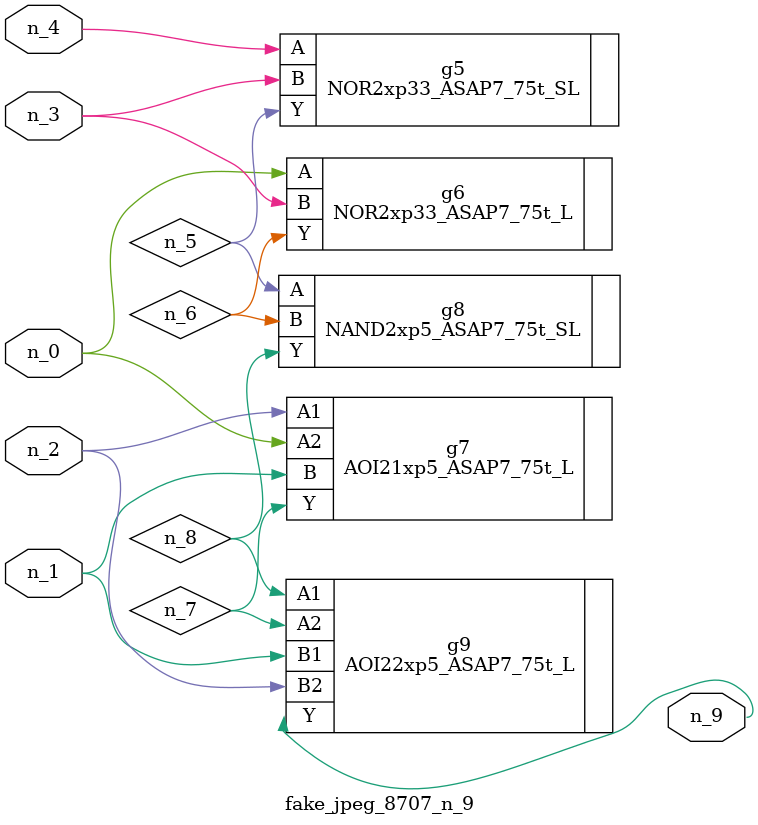
<source format=v>
module fake_jpeg_8707_n_9 (n_3, n_2, n_1, n_0, n_4, n_9);

input n_3;
input n_2;
input n_1;
input n_0;
input n_4;

output n_9;

wire n_8;
wire n_6;
wire n_5;
wire n_7;

NOR2xp33_ASAP7_75t_SL g5 ( 
.A(n_4),
.B(n_3),
.Y(n_5)
);

NOR2xp33_ASAP7_75t_L g6 ( 
.A(n_0),
.B(n_3),
.Y(n_6)
);

AOI21xp5_ASAP7_75t_L g7 ( 
.A1(n_2),
.A2(n_0),
.B(n_1),
.Y(n_7)
);

NAND2xp5_ASAP7_75t_SL g8 ( 
.A(n_5),
.B(n_6),
.Y(n_8)
);

AOI22xp5_ASAP7_75t_L g9 ( 
.A1(n_8),
.A2(n_7),
.B1(n_1),
.B2(n_2),
.Y(n_9)
);


endmodule
</source>
